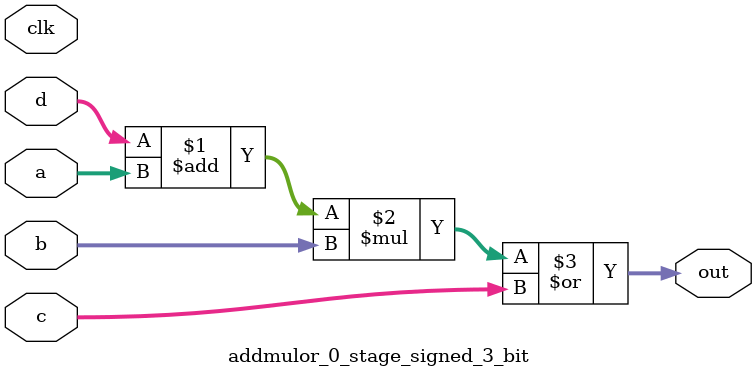
<source format=sv>
(* use_dsp = "yes" *) module addmulor_0_stage_signed_3_bit(
	input signed [2:0] a,
	input signed [2:0] b,
	input signed [2:0] c,
	input signed [2:0] d,
	output [2:0] out,
	input clk);

	assign out = ((d + a) * b) | c;
endmodule

</source>
